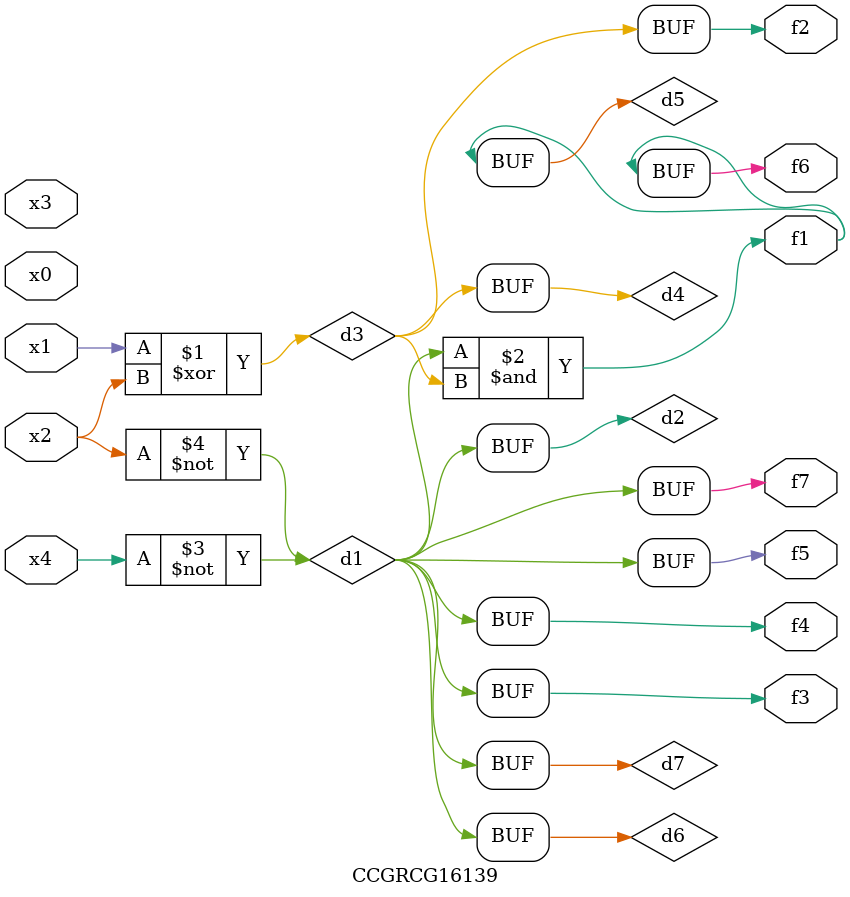
<source format=v>
module CCGRCG16139(
	input x0, x1, x2, x3, x4,
	output f1, f2, f3, f4, f5, f6, f7
);

	wire d1, d2, d3, d4, d5, d6, d7;

	not (d1, x4);
	not (d2, x2);
	xor (d3, x1, x2);
	buf (d4, d3);
	and (d5, d1, d3);
	buf (d6, d1, d2);
	buf (d7, d2);
	assign f1 = d5;
	assign f2 = d4;
	assign f3 = d7;
	assign f4 = d7;
	assign f5 = d7;
	assign f6 = d5;
	assign f7 = d7;
endmodule

</source>
